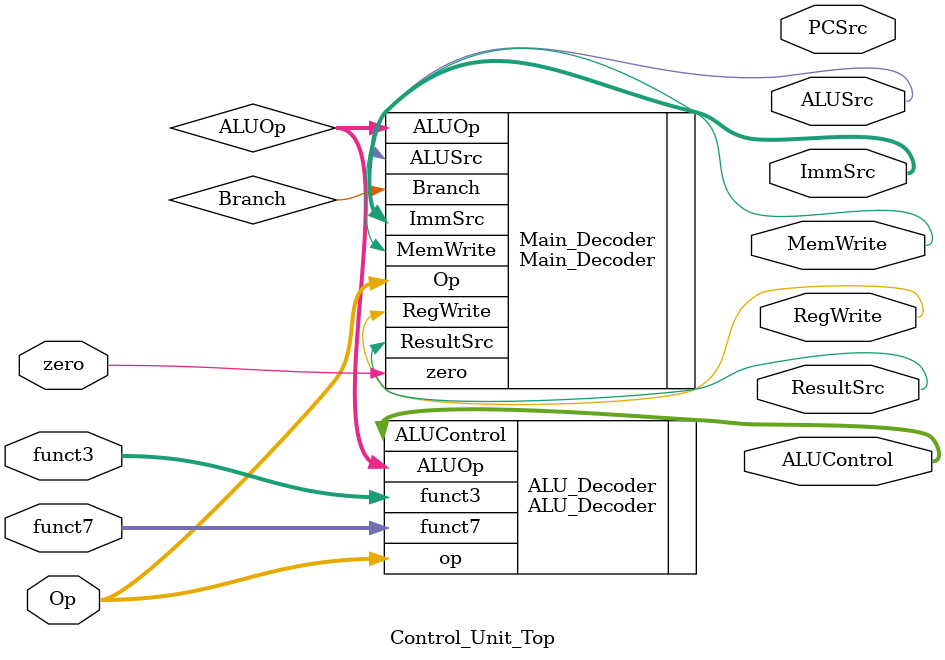
<source format=v>
`include "ALU_Decoder.v"
`include "Main_Decoder.v"

module Control_Unit_Top(Op,RegWrite,ImmSrc,ALUSrc,MemWrite,ResultSrc,PCSrc,funct3,funct7,ALUControl,zero);

    input [6:0]Op,funct7;
    input [2:0]funct3;
    input zero;
    output RegWrite,ALUSrc,MemWrite,ResultSrc,PCSrc;
    output [1:0]ImmSrc;
    output [2:0]ALUControl;

    wire [1:0]ALUOp;

    Main_Decoder Main_Decoder(
                .Op(Op),
                .RegWrite(RegWrite),
                .ImmSrc(ImmSrc),
                .MemWrite(MemWrite),
                .ResultSrc(ResultSrc),
                .Branch(Branch),
                .ALUSrc(ALUSrc),
                .ALUOp(ALUOp),
                .zero(zero)
    );

    ALU_Decoder ALU_Decoder(
                            .ALUOp(ALUOp),
                            .funct3(funct3),
                            .funct7(funct7),
                            .op(Op),
                            .ALUControl(ALUControl)
    );


endmodule
</source>
